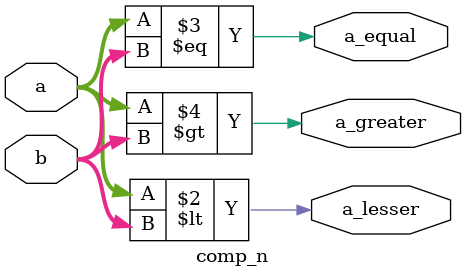
<source format=v>
`timescale 10ns / 1ps
module comp_n #(parameter N=4)(input [N-1:0] a,input [N-1:0] b,output reg a_lesser, output reg a_greater, output reg a_equal);
always @(*) begin
a_lesser = (a < b);
a_equal = (a == b);
a_greater = (a > b);
end
endmodule

</source>
